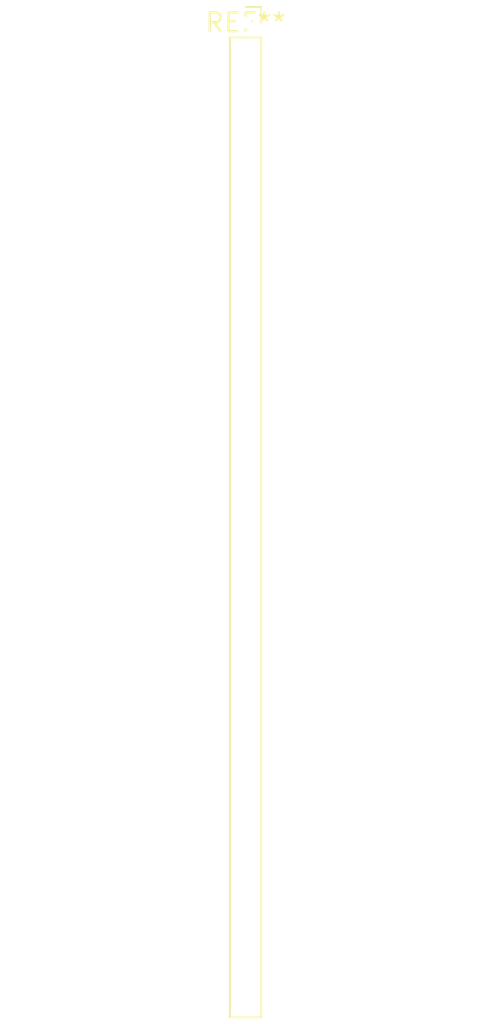
<source format=kicad_pcb>
(kicad_pcb (version 20240108) (generator pcbnew)
  (layers (0 "F.Cu" signal) (31 "B.Cu" signal) (34 "B.Paste" user) (35 "F.Paste" user) (36 "B.SilkS" user "B.Silkscreen") (37 "F.SilkS" user "F.Silkscreen") (38 "B.Mask" user) (39 "F.Mask" user) (44 "Edge.Cuts" user))
  (net 0 "")
  (footprint "PinSocket_1x34_P2.00mm_Vertical" (layer "F.Cu") (at 0 0)
    (property "Reference" "REF**")
    (property "Value" "PinSocket_1x34_P2.00mm_Vertical")
    (fp_line (start -1.06 1) (end -1.06 67.06) (layer "F.SilkS") (stroke (width 0.12)))
    (fp_line (start -1.06 1) (end 1.06 1) (layer "F.SilkS") (stroke (width 0.12)))
    (fp_line (start -1.06 67.06) (end 1.06 67.06) (layer "F.SilkS") (stroke (width 0.12)))
    (fp_line (start 0 -1.06) (end 1.06 -1.06) (layer "F.SilkS") (stroke (width 0.12)))
    (fp_line (start 1.06 -1.06) (end 1.06 0) (layer "F.SilkS") (stroke (width 0.12)))
    (fp_line (start 1.06 1) (end 1.06 67.06) (layer "F.SilkS") (stroke (width 0.12)))
    (pad "1" thru_hole rect (at 0 0) (size 1.35 1.35) (drill 0.8) (layers *.Cu *.Mask) (remove_unused_layers))
    (pad "2" thru_hole oval (at 0 2) (size 1.35 1.35) (drill 0.8) (layers *.Cu *.Mask) (remove_unused_layers))
    (pad "3" thru_hole oval (at 0 4) (size 1.35 1.35) (drill 0.8) (layers *.Cu *.Mask) (remove_unused_layers))
    (pad "4" thru_hole oval (at 0 6) (size 1.35 1.35) (drill 0.8) (layers *.Cu *.Mask) (remove_unused_layers))
    (pad "5" thru_hole oval (at 0 8) (size 1.35 1.35) (drill 0.8) (layers *.Cu *.Mask) (remove_unused_layers))
    (pad "6" thru_hole oval (at 0 10) (size 1.35 1.35) (drill 0.8) (layers *.Cu *.Mask) (remove_unused_layers))
    (pad "7" thru_hole oval (at 0 12) (size 1.35 1.35) (drill 0.8) (layers *.Cu *.Mask) (remove_unused_layers))
    (pad "8" thru_hole oval (at 0 14) (size 1.35 1.35) (drill 0.8) (layers *.Cu *.Mask) (remove_unused_layers))
    (pad "9" thru_hole oval (at 0 16) (size 1.35 1.35) (drill 0.8) (layers *.Cu *.Mask) (remove_unused_layers))
    (pad "10" thru_hole oval (at 0 18) (size 1.35 1.35) (drill 0.8) (layers *.Cu *.Mask) (remove_unused_layers))
    (pad "11" thru_hole oval (at 0 20) (size 1.35 1.35) (drill 0.8) (layers *.Cu *.Mask) (remove_unused_layers))
    (pad "12" thru_hole oval (at 0 22) (size 1.35 1.35) (drill 0.8) (layers *.Cu *.Mask) (remove_unused_layers))
    (pad "13" thru_hole oval (at 0 24) (size 1.35 1.35) (drill 0.8) (layers *.Cu *.Mask) (remove_unused_layers))
    (pad "14" thru_hole oval (at 0 26) (size 1.35 1.35) (drill 0.8) (layers *.Cu *.Mask) (remove_unused_layers))
    (pad "15" thru_hole oval (at 0 28) (size 1.35 1.35) (drill 0.8) (layers *.Cu *.Mask) (remove_unused_layers))
    (pad "16" thru_hole oval (at 0 30) (size 1.35 1.35) (drill 0.8) (layers *.Cu *.Mask) (remove_unused_layers))
    (pad "17" thru_hole oval (at 0 32) (size 1.35 1.35) (drill 0.8) (layers *.Cu *.Mask) (remove_unused_layers))
    (pad "18" thru_hole oval (at 0 34) (size 1.35 1.35) (drill 0.8) (layers *.Cu *.Mask) (remove_unused_layers))
    (pad "19" thru_hole oval (at 0 36) (size 1.35 1.35) (drill 0.8) (layers *.Cu *.Mask) (remove_unused_layers))
    (pad "20" thru_hole oval (at 0 38) (size 1.35 1.35) (drill 0.8) (layers *.Cu *.Mask) (remove_unused_layers))
    (pad "21" thru_hole oval (at 0 40) (size 1.35 1.35) (drill 0.8) (layers *.Cu *.Mask) (remove_unused_layers))
    (pad "22" thru_hole oval (at 0 42) (size 1.35 1.35) (drill 0.8) (layers *.Cu *.Mask) (remove_unused_layers))
    (pad "23" thru_hole oval (at 0 44) (size 1.35 1.35) (drill 0.8) (layers *.Cu *.Mask) (remove_unused_layers))
    (pad "24" thru_hole oval (at 0 46) (size 1.35 1.35) (drill 0.8) (layers *.Cu *.Mask) (remove_unused_layers))
    (pad "25" thru_hole oval (at 0 48) (size 1.35 1.35) (drill 0.8) (layers *.Cu *.Mask) (remove_unused_layers))
    (pad "26" thru_hole oval (at 0 50) (size 1.35 1.35) (drill 0.8) (layers *.Cu *.Mask) (remove_unused_layers))
    (pad "27" thru_hole oval (at 0 52) (size 1.35 1.35) (drill 0.8) (layers *.Cu *.Mask) (remove_unused_layers))
    (pad "28" thru_hole oval (at 0 54) (size 1.35 1.35) (drill 0.8) (layers *.Cu *.Mask) (remove_unused_layers))
    (pad "29" thru_hole oval (at 0 56) (size 1.35 1.35) (drill 0.8) (layers *.Cu *.Mask) (remove_unused_layers))
    (pad "30" thru_hole oval (at 0 58) (size 1.35 1.35) (drill 0.8) (layers *.Cu *.Mask) (remove_unused_layers))
    (pad "31" thru_hole oval (at 0 60) (size 1.35 1.35) (drill 0.8) (layers *.Cu *.Mask) (remove_unused_layers))
    (pad "32" thru_hole oval (at 0 62) (size 1.35 1.35) (drill 0.8) (layers *.Cu *.Mask) (remove_unused_layers))
    (pad "33" thru_hole oval (at 0 64) (size 1.35 1.35) (drill 0.8) (layers *.Cu *.Mask) (remove_unused_layers))
    (pad "34" thru_hole oval (at 0 66) (size 1.35 1.35) (drill 0.8) (layers *.Cu *.Mask) (remove_unused_layers))
  )
)
</source>
